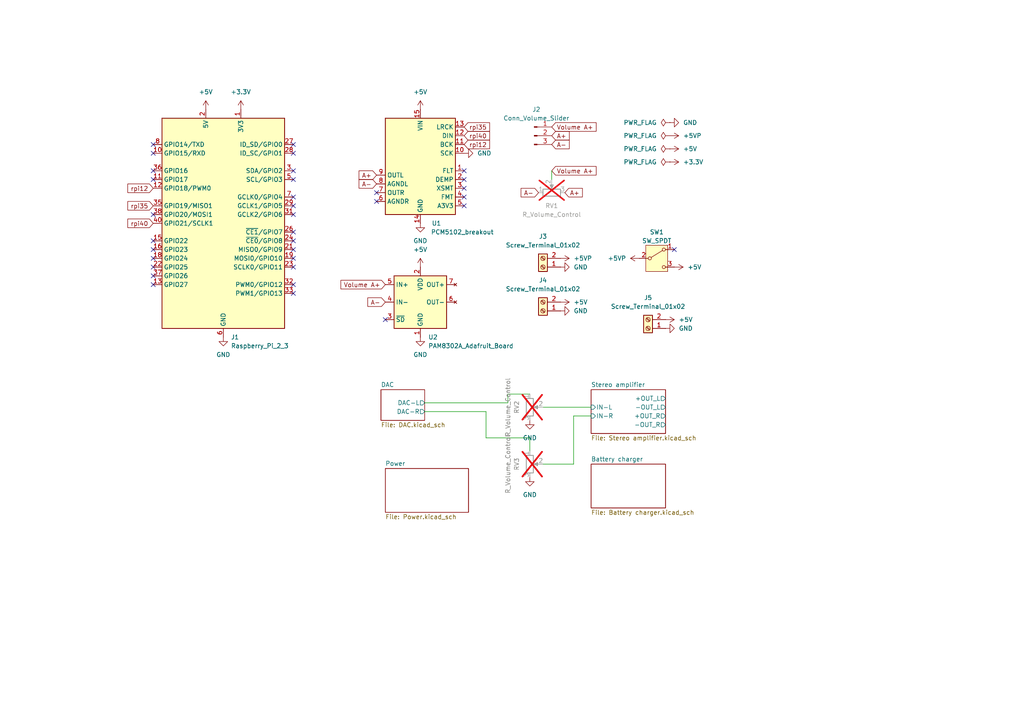
<source format=kicad_sch>
(kicad_sch (version 20231120) (generator "eeschema") (generator_version "8.0")
  (paper "A4")
  (lib_symbols
    (symbol "Amplifier_Audio:PAM8302A_Adafruit_Board"
      (property "Reference" "U" (at 7.62 11.43 0))
      (property "Value" "PAM8302A_Adafruit_Board" (at 7.62 8.89 0))
      (symbol "PAM8302A_Adafruit_Board_0_1"
        (rectangle (start -7.62 7.62) (end 7.62 -7.62) (stroke (width 0.254)) (fill (type background)))
      )
      (symbol "PAM8302A_Adafruit_Board_1_1"
        (pin power_in line (at 0 -10.16 90) (length 2.54) (name "GND") (number "1"))
        (pin power_in line (at 0 10.16 270) (length 2.54) (name "VDD") (number "2"))
        (pin input line (at -10.16 -5.08 0) (length 2.54) (name "~{SD}") (number "3"))
        (pin input line (at -10.16 0 0) (length 2.54) (name "IN-") (number "4"))
        (pin input line (at -10.16 5.08 0) (length 2.54) (name "IN+") (number "5"))
        (pin no_connect line (at 10.16 0 180) (length 2.54) (name "OUT-") (number "6"))
        (pin no_connect line (at 10.16 5.08 180) (length 2.54) (name "OUT+") (number "7"))
      )
    )
    (symbol "Audio:PCM5102_breakout"
      (property "Reference" "U1" (at 2.1941 17.78 0))
      (property "Value" "PCM5102_breakout" (at 2.1941 15.24 0))
      (symbol "PCM5102_breakout_0_1"
        (rectangle (start -10.16 12.7) (end 10.16 -15.24) (stroke (width 0.254)) (fill (type background)))
      )
      (symbol "PCM5102_breakout_1_1"
        (pin input line (at -12.7 -2.54 0) (length 2.54) (name "FLT") (number "1"))
        (pin input line (at -12.7 2.54 0) (length 2.54) (name "SCK") (number "10"))
        (pin input line (at -12.7 5.08 0) (length 2.54) (name "BCK") (number "11"))
        (pin input line (at -12.7 7.62 0) (length 2.54) (name "DIN") (number "12"))
        (pin input line (at -12.7 10.16 0) (length 2.54) (name "LRCK") (number "13"))
        (pin power_in line (at 0 -17.78 90) (length 2.54) (name "GND") (number "14"))
        (pin power_in line (at 0 15.24 270) (length 2.54) (name "VIN") (number "15"))
        (pin input line (at -12.7 -5.08 0) (length 2.54) (name "DEMP") (number "2"))
        (pin input line (at -12.7 -7.62 0) (length 2.54) (name "XSMT") (number "3"))
        (pin input line (at -12.7 -10.16 0) (length 2.54) (name "FMT") (number "4"))
        (pin passive line (at -12.7 -12.7 0) (length 2.54) (name "A3V3") (number "5"))
        (pin output line (at 12.7 -11.43 180) (length 2.54) (name "AGNDR") (number "6"))
        (pin output line (at 12.7 -8.89 180) (length 2.54) (name "OUTR") (number "7"))
        (pin output line (at 12.7 -6.35 180) (length 2.54) (name "AGNDL") (number "8"))
        (pin output line (at 12.7 -3.81 180) (length 2.54) (name "OUTL") (number "9"))
      )
    )
    (symbol "Connector:Conn_01x03_Pin" (pin_names (offset 1.016) hide)
      (property "Reference" "J" (at 0 5.08 0))
      (property "Value" "Conn_01x03_Pin" (at 0 -5.08 0))
      (symbol "Conn_01x03_Pin_1_1"
        (polyline (pts (xy 1.27 -2.54) (xy 0.8636 -2.54)) (stroke (width 0.1524)))
        (polyline (pts (xy 1.27 0) (xy 0.8636 0)) (stroke (width 0.1524)))
        (polyline (pts (xy 1.27 2.54) (xy 0.8636 2.54)) (stroke (width 0.1524)))
        (rectangle (start 0.8636 -2.413) (end 0 -2.667) (stroke (width 0.1524)) (fill (type outline)))
        (rectangle (start 0.8636 0.127) (end 0 -0.127) (stroke (width 0.1524)) (fill (type outline)))
        (rectangle (start 0.8636 2.667) (end 0 2.413) (stroke (width 0.1524)) (fill (type outline)))
        (pin passive line (at 5.08 2.54 180) (length 3.81) (name "Pin_1") (number "1"))
        (pin passive line (at 5.08 0 180) (length 3.81) (name "Pin_2") (number "2"))
        (pin passive line (at 5.08 -2.54 180) (length 3.81) (name "Pin_3") (number "3"))
      )
    )
    (symbol "Connector:Raspberry_Pi_2_3"
      (property "Reference" "J" (at -17.78 31.75 0))
      (property "Value" "Raspberry_Pi_2_3" (at 10.16 -31.75 0))
      (symbol "Raspberry_Pi_2_3_0_1"
        (rectangle (start -17.78 30.48) (end 17.78 -30.48) (stroke (width 0.254)) (fill (type background)))
      )
      (symbol "Raspberry_Pi_2_3_1_1"
        (pin power_in line (at 5.08 33.02 270) (length 2.54) (name "3V3") (number "1"))
        (pin bidirectional line (at -20.32 20.32 0) (length 2.54) (name "GPIO15/RXD") (number "10"))
        (pin bidirectional line (at -20.32 12.7 0) (length 2.54) (name "GPIO17") (number "11"))
        (pin bidirectional line (at -20.32 10.16 0) (length 2.54) (name "GPIO18/PWM0") (number "12"))
        (pin bidirectional line (at -20.32 -17.78 0) (length 2.54) (name "GPIO27") (number "13"))
        (pin passive line (at 0 -33.02 90) (length 2.54) hide (name "GND") (number "14"))
        (pin bidirectional line (at -20.32 -5.08 0) (length 2.54) (name "GPIO22") (number "15"))
        (pin bidirectional line (at -20.32 -7.62 0) (length 2.54) (name "GPIO23") (number "16"))
        (pin passive line (at 5.08 33.02 270) (length 2.54) hide (name "3V3") (number "17"))
        (pin bidirectional line (at -20.32 -10.16 0) (length 2.54) (name "GPIO24") (number "18"))
        (pin bidirectional line (at 20.32 -10.16 180) (length 2.54) (name "MOSI0/GPIO10") (number "19"))
        (pin power_in line (at -5.08 33.02 270) (length 2.54) (name "5V") (number "2"))
        (pin passive line (at 0 -33.02 90) (length 2.54) hide (name "GND") (number "20"))
        (pin bidirectional line (at 20.32 -7.62 180) (length 2.54) (name "MISO0/GPIO9") (number "21"))
        (pin bidirectional line (at -20.32 -12.7 0) (length 2.54) (name "GPIO25") (number "22"))
        (pin bidirectional line (at 20.32 -12.7 180) (length 2.54) (name "SCLK0/GPIO11") (number "23"))
        (pin bidirectional line (at 20.32 -5.08 180) (length 2.54) (name "~{CE0}/GPIO8") (number "24"))
        (pin passive line (at 0 -33.02 90) (length 2.54) hide (name "GND") (number "25"))
        (pin bidirectional line (at 20.32 -2.54 180) (length 2.54) (name "~{CE1}/GPIO7") (number "26"))
        (pin bidirectional line (at 20.32 22.86 180) (length 2.54) (name "ID_SD/GPIO0") (number "27"))
        (pin bidirectional line (at 20.32 20.32 180) (length 2.54) (name "ID_SC/GPIO1") (number "28"))
        (pin bidirectional line (at 20.32 5.08 180) (length 2.54) (name "GCLK1/GPIO5") (number "29"))
        (pin bidirectional line (at 20.32 15.24 180) (length 2.54) (name "SDA/GPIO2") (number "3"))
        (pin passive line (at 0 -33.02 90) (length 2.54) hide (name "GND") (number "30"))
        (pin bidirectional line (at 20.32 2.54 180) (length 2.54) (name "GCLK2/GPIO6") (number "31"))
        (pin bidirectional line (at 20.32 -17.78 180) (length 2.54) (name "PWM0/GPIO12") (number "32"))
        (pin bidirectional line (at 20.32 -20.32 180) (length 2.54) (name "PWM1/GPIO13") (number "33"))
        (pin passive line (at 0 -33.02 90) (length 2.54) hide (name "GND") (number "34"))
        (pin bidirectional line (at -20.32 5.08 0) (length 2.54) (name "GPIO19/MISO1") (number "35"))
        (pin bidirectional line (at -20.32 15.24 0) (length 2.54) (name "GPIO16") (number "36"))
        (pin bidirectional line (at -20.32 -15.24 0) (length 2.54) (name "GPIO26") (number "37"))
        (pin bidirectional line (at -20.32 2.54 0) (length 2.54) (name "GPIO20/MOSI1") (number "38"))
        (pin passive line (at 0 -33.02 90) (length 2.54) hide (name "GND") (number "39"))
        (pin passive line (at -5.08 33.02 270) (length 2.54) hide (name "5V") (number "4"))
        (pin bidirectional line (at -20.32 0 0) (length 2.54) (name "GPIO21/SCLK1") (number "40"))
        (pin bidirectional line (at 20.32 12.7 180) (length 2.54) (name "SCL/GPIO3") (number "5"))
        (pin power_in line (at 0 -33.02 90) (length 2.54) (name "GND") (number "6"))
        (pin bidirectional line (at 20.32 7.62 180) (length 2.54) (name "GCLK0/GPIO4") (number "7"))
        (pin bidirectional line (at -20.32 22.86 0) (length 2.54) (name "GPIO14/TXD") (number "8"))
        (pin passive line (at 0 -33.02 90) (length 2.54) hide (name "GND") (number "9"))
      )
    )
    (symbol "Connector:Screw_Terminal_01x02" (pin_names (offset 1.016) hide)
      (property "Reference" "J" (at 0 2.54 0))
      (property "Value" "Screw_Terminal_01x02" (at 0 -5.08 0))
      (symbol "Screw_Terminal_01x02_1_1"
        (rectangle (start -1.27 1.27) (end 1.27 -3.81) (stroke (width 0.254)) (fill (type background)))
        (circle (center 0 -2.54) (radius 0.635) (stroke (width 0.1524)))
        (polyline (pts (xy -0.5334 -2.2098) (xy 0.3302 -3.048)) (stroke (width 0.1524)))
        (polyline (pts (xy -0.5334 0.3302) (xy 0.3302 -0.508)) (stroke (width 0.1524)))
        (polyline (pts (xy -0.3556 -2.032) (xy 0.508 -2.8702)) (stroke (width 0.1524)))
        (polyline (pts (xy -0.3556 0.508) (xy 0.508 -0.3302)) (stroke (width 0.1524)))
        (circle (center 0 0) (radius 0.635) (stroke (width 0.1524)))
        (pin passive line (at -5.08 0 0) (length 3.81) (name "Pin_1") (number "1"))
        (pin passive line (at -5.08 -2.54 0) (length 3.81) (name "Pin_2") (number "2"))
      )
    )
    (symbol "Device:R_Potentiometer" (pin_names (offset 1.016) hide)
      (property "Reference" "RV" (at -4.445 0 90))
      (property "Value" "R_Potentiometer" (at -2.54 0 90))
      (symbol "R_Potentiometer_0_1"
        (polyline (pts (xy 2.54 0) (xy 1.524 0)))
        (polyline (pts (xy 1.143 0) (xy 2.286 0.508) (xy 2.286 -0.508) (xy 1.143 0)) (fill (type outline)))
        (rectangle (start 1.016 2.54) (end -1.016 -2.54) (stroke (width 0.254)))
      )
      (symbol "R_Potentiometer_1_1"
        (pin passive line (at 0 3.81 270) (length 1.27) (name "1") (number "1"))
        (pin passive line (at 3.81 0 180) (length 1.27) (name "2") (number "2"))
        (pin passive line (at 0 -3.81 90) (length 1.27) (name "3") (number "3"))
      )
    )
    (symbol "Switch:SW_SPDT" (pin_names (offset 0) hide)
      (property "Reference" "SW" (at 0 5.08 0))
      (property "Value" "SW_SPDT" (at 0 -5.08 0))
      (symbol "SW_SPDT_0_1"
        (circle (center -2.032 0) (radius 0.4572))
        (polyline (pts (xy -1.651 0.254) (xy 1.651 2.286)))
        (circle (center 2.032 -2.54) (radius 0.4572))
        (circle (center 2.032 2.54) (radius 0.4572))
      )
      (symbol "SW_SPDT_1_1"
        (rectangle (start -3.175 3.81) (end 3.175 -3.81) (fill (type background)))
        (pin passive line (at 5.08 2.54 180) (length 2.54) (name "A") (number "1"))
        (pin passive line (at -5.08 0 0) (length 2.54) (name "B") (number "2"))
        (pin passive line (at 5.08 -2.54 180) (length 2.54) (name "C") (number "3"))
      )
    )
    (symbol "power:+3.3V" (power) (pin_numbers hide) (pin_names (offset 0) hide)
      (property "Value" "+3.3V" (at 0 3.556 0))
      (symbol "+3.3V_0_1"
        (polyline (pts (xy -0.762 1.27) (xy 0 2.54)))
        (polyline (pts (xy 0 0) (xy 0 2.54)))
        (polyline (pts (xy 0 2.54) (xy 0.762 1.27)))
      )
      (symbol "+3.3V_1_1"
        (pin power_in line (at 0 0 90) (length 0) (name "~") (number "1"))
      )
    )
    (symbol "power:+5V" (power) (pin_numbers hide) (pin_names (offset 0) hide)
      (property "Value" "+5V" (at 0 3.556 0))
      (symbol "+5V_0_1"
        (polyline (pts (xy -0.762 1.27) (xy 0 2.54)))
        (polyline (pts (xy 0 0) (xy 0 2.54)))
        (polyline (pts (xy 0 2.54) (xy 0.762 1.27)))
      )
      (symbol "+5V_1_1"
        (pin power_in line (at 0 0 90) (length 0) (name "~") (number "1"))
      )
    )
    (symbol "power:+5VP" (power) (pin_numbers hide) (pin_names (offset 0) hide)
      (property "Value" "+5VP" (at 0 3.556 0))
      (symbol "+5VP_0_1"
        (polyline (pts (xy -0.762 1.27) (xy 0 2.54)))
        (polyline (pts (xy 0 0) (xy 0 2.54)))
        (polyline (pts (xy 0 2.54) (xy 0.762 1.27)))
      )
      (symbol "+5VP_1_1"
        (pin power_in line (at 0 0 90) (length 0) (name "~") (number "1"))
      )
    )
    (symbol "power:GND" (power) (pin_numbers hide) (pin_names (offset 0) hide)
      (property "Value" "GND" (at 0 -3.81 0))
      (symbol "GND_0_1"
        (polyline (pts (xy 0 0) (xy 0 -1.27) (xy 1.27 -1.27) (xy 0 -2.54) (xy -1.27 -1.27) (xy 0 -1.27)))
      )
      (symbol "GND_1_1"
        (pin power_in line (at 0 0 270) (length 0) (name "~") (number "1"))
      )
    )
    (symbol "power:PWR_FLAG" (power) (pin_numbers hide) (pin_names (offset 0) hide)
      (property "Value" "PWR_FLAG" (at 0 3.81 0))
      (symbol "PWR_FLAG_0_0"
        (pin power_out line (at 0 0 90) (length 0) (name "~") (number "1"))
      )
      (symbol "PWR_FLAG_0_1"
        (polyline (pts (xy 0 0) (xy 0 1.27) (xy -1.016 1.905) (xy 0 2.54) (xy 1.016 1.905) (xy 0 1.27)))
      )
    )
  )
  (no_connect (at 85.09 52.07))
  (no_connect (at 109.22 55.88))
  (no_connect (at 44.45 74.93))
  (no_connect (at 134.62 52.07))
  (no_connect (at 85.09 85.09))
  (no_connect (at 44.45 72.39))
  (no_connect (at 85.09 74.93))
  (no_connect (at 134.62 49.53))
  (no_connect (at 44.45 82.55))
  (no_connect (at 44.45 80.01))
  (no_connect (at 85.09 69.85))
  (no_connect (at 109.22 58.42))
  (no_connect (at 44.45 69.85))
  (no_connect (at 195.58 72.39))
  (no_connect (at 111.76 92.71))
  (no_connect (at 44.45 62.23))
  (no_connect (at 44.45 52.07))
  (no_connect (at 44.45 77.47))
  (no_connect (at 85.09 44.45))
  (no_connect (at 44.45 44.45))
  (no_connect (at 44.45 49.53))
  (no_connect (at 134.62 59.69))
  (no_connect (at 134.62 57.15))
  (no_connect (at 85.09 67.31))
  (no_connect (at 85.09 72.39))
  (no_connect (at 44.45 41.91))
  (no_connect (at 85.09 82.55))
  (no_connect (at 85.09 77.47))
  (no_connect (at 85.09 49.53))
  (no_connect (at 85.09 41.91))
  (no_connect (at 134.62 54.61))
  (no_connect (at 85.09 57.15))
  (no_connect (at 85.09 59.69))
  (no_connect (at 85.09 62.23))
  (wire (pts (xy 153.67 130.81) (xy 153.67 127)))
  (wire (pts (xy 166.37 134.62) (xy 157.48 134.62)))
  (wire (pts (xy 166.37 120.65) (xy 166.37 134.62)))
  (wire (pts (xy 153.67 127) (xy 140.97 127)))
  (wire (pts (xy 157.48 118.11) (xy 171.45 118.11)))
  (wire (pts (xy 147.32 116.84) (xy 147.32 114.3)))
  (wire (pts (xy 160.02 49.53) (xy 160.02 52.07)))
  (wire (pts (xy 140.97 127) (xy 140.97 119.38)))
  (wire (pts (xy 171.45 120.65) (xy 166.37 120.65)))
  (wire (pts (xy 140.97 119.38) (xy 123.19 119.38)))
  (wire (pts (xy 123.19 116.84) (xy 147.32 116.84)))
  (wire (pts (xy 147.32 114.3) (xy 153.67 114.3)))
  (global_label "A-" (shape input) (at 160.02 41.91 0) (property "Intersheetrefs" "${INTERSHEET_REFS}" (effects (hide yes))))
  (global_label "A-" (shape input) (at 109.22 53.34 180) (property "Intersheetrefs" "${INTERSHEET_REFS}" (effects (hide yes))))
  (global_label "A+" (shape input) (at 109.22 50.8 180) (property "Intersheetrefs" "${INTERSHEET_REFS}" (effects (hide yes))))
  (global_label "Volume A+" (shape input) (at 160.02 36.83 0) (property "Intersheetrefs" "${INTERSHEET_REFS}" (effects (hide yes))))
  (global_label "A+" (shape input) (at 160.02 39.37 0) (property "Intersheetrefs" "${INTERSHEET_REFS}" (effects (hide yes))))
  (global_label "rpi40" (shape input) (at 44.45 64.77 180) (property "Intersheetrefs" "${INTERSHEET_REFS}" (effects (hide yes))))
  (global_label "rpi12" (shape input) (at 134.62 41.91 0) (property "Intersheetrefs" "${INTERSHEET_REFS}" (effects (hide yes))))
  (global_label "Volume A+" (shape input) (at 111.76 82.55 180) (property "Intersheetrefs" "${INTERSHEET_REFS}" (effects (hide yes))))
  (global_label "A-" (shape input) (at 156.21 55.88 180) (property "Intersheetrefs" "${INTERSHEET_REFS}" (effects (hide yes))))
  (global_label "rpi12" (shape input) (at 44.45 54.61 180) (property "Intersheetrefs" "${INTERSHEET_REFS}" (effects (hide yes))))
  (global_label "rpi35" (shape input) (at 44.45 59.69 180) (property "Intersheetrefs" "${INTERSHEET_REFS}" (effects (hide yes))))
  (global_label "A+" (shape input) (at 163.83 55.88 0) (property "Intersheetrefs" "${INTERSHEET_REFS}" (effects (hide yes))))
  (global_label "rpi40" (shape input) (at 134.62 39.37 0) (property "Intersheetrefs" "${INTERSHEET_REFS}" (effects (hide yes))))
  (global_label "A-" (shape input) (at 111.76 87.63 180) (property "Intersheetrefs" "${INTERSHEET_REFS}" (effects (hide yes))))
  (global_label "rpi35" (shape input) (at 134.62 36.83 0) (property "Intersheetrefs" "${INTERSHEET_REFS}" (effects (hide yes))))
  (global_label "Volume A+" (shape input) (at 160.02 49.53 0) (property "Intersheetrefs" "${INTERSHEET_REFS}" (effects (hide yes))))
  (symbol (lib_id "Connector:Screw_Terminal_01x02") (at 157.48 77.47 180) (unit 1)
    (property "Reference" "J3" (at 157.48 68.58 0))
    (property "Value" "Screw_Terminal_01x02" (at 157.48 71.12 0))
    (property "Footprint" "TerminalBlock_MetzConnect:TerminalBlock_MetzConnect_Type101_RT01602HBWC_1x02_P5.08mm_Horizontal" (effects (hide yes)))
  )
  (symbol (lib_id "power:+5V") (at 193.04 92.71 270) (unit 1)
    (property "Reference" "#PWR0119" (effects (hide yes)))
    (property "Value" "+5V" (at 196.85 92.71 90) (effects (justify left)))
    (property "Description" "Power symbol creates a global label with name \"+5V\"" (effects (hide yes)))
  )
  (symbol (lib_id "power:+5V") (at 194.31 43.18 270) (unit 1)
    (property "Reference" "#PWR0114" (effects (hide yes)))
    (property "Value" "+5V" (at 198.12 43.18 90) (effects (justify left)))
    (property "Description" "Power symbol creates a global label with name \"+5V\"" (effects (hide yes)))
  )
  (symbol (lib_id "power:PWR_FLAG") (at 194.31 39.37 90) (unit 1)
    (property "Reference" "#FLG0104" (effects (hide yes)))
    (property "Value" "PWR_FLAG" (at 190.5 39.37 90) (effects (justify left)))
    (property "Description" "Special symbol for telling ERC where power comes from" (effects (hide yes)))
  )
  (symbol (lib_id "power:GND") (at 162.56 90.17 90) (unit 1)
    (property "Reference" "#PWR0117" (effects (hide yes)))
    (property "Value" "GND" (at 166.37 90.17 90) (effects (justify right)))
    (property "Description" "Power symbol creates a global label with name \"GND\" , ground" (effects (hide yes)))
  )
  (symbol (lib_id "power:GND") (at 193.04 95.25 90) (unit 1)
    (property "Reference" "#PWR0120" (effects (hide yes)))
    (property "Value" "GND" (at 196.85 95.25 90) (effects (justify right)))
    (property "Description" "Power symbol creates a global label with name \"GND\" , ground" (effects (hide yes)))
  )
  (symbol (lib_id "power:GND") (at 162.56 77.47 90) (unit 1)
    (property "Reference" "#PWR0112" (effects (hide yes)))
    (property "Value" "GND" (at 166.37 77.47 90) (effects (justify right)))
    (property "Description" "Power symbol creates a global label with name \"GND\" , ground" (effects (hide yes)))
  )
  (symbol (lib_id "power:GND") (at 153.67 121.92 0) (unit 1)
    (property "Reference" "#PWR055" (effects (hide yes)))
    (property "Value" "GND" (at 153.67 127 0))
    (property "Description" "Power symbol creates a global label with name \"GND\" , ground" (effects (hide yes)))
  )
  (symbol (lib_id "Connector:Conn_01x03_Pin") (at 154.94 39.37 0) (unit 1)
    (property "Reference" "J2" (at 155.575 31.75 0))
    (property "Value" "Conn_Volume_Slider" (at 155.575 34.29 0))
    (property "Footprint" "Connector_Molex:Molex_KK-254_AE-6410-03A_1x03_P2.54mm_Vertical" (effects (hide yes)))
  )
  (symbol (lib_id "power:GND") (at 64.77 97.79 0) (unit 1)
    (property "Reference" "#PWR0111" (effects (hide yes)))
    (property "Value" "GND" (at 64.77 102.87 0))
    (property "Description" "Power symbol creates a global label with name \"GND\" , ground" (effects (hide yes)))
  )
  (symbol (lib_id "Connector:Raspberry_Pi_2_3") (at 64.77 64.77 0) (unit 1)
    (property "Reference" "J1" (at 66.9641 97.79 0) (effects (justify left)))
    (property "Value" "Raspberry_Pi_2_3" (at 66.9641 100.33 0) (effects (justify left)))
    (property "Footprint" "Connector_PinSocket_2.54mm:PinSocket_2x20_P2.54mm_Vertical" (effects (hide yes)))
    (property "Datasheet" "https://www.raspberrypi.org/documentation/hardware/raspberrypi/schematics/rpi_SCH_3bplus_1p0_reduced.pdf" (effects (hide yes)))
    (property "Description" "expansion header for Raspberry Pi 2 & 3" (effects (hide yes)))
  )
  (symbol (lib_id "power:PWR_FLAG") (at 194.31 43.18 90) (unit 1)
    (property "Reference" "#FLG0102" (effects (hide yes)))
    (property "Value" "PWR_FLAG" (at 190.5 43.18 90) (effects (justify left)))
    (property "Description" "Special symbol for telling ERC where power comes from" (effects (hide yes)))
  )
  (symbol (lib_id "power:+5V") (at 162.56 87.63 270) (unit 1)
    (property "Reference" "#PWR0118" (effects (hide yes)))
    (property "Value" "+5V" (at 166.37 87.63 90) (effects (justify left)))
    (property "Description" "Power symbol creates a global label with name \"+5V\"" (effects (hide yes)))
  )
  (symbol (lib_id "power:PWR_FLAG") (at 194.31 46.99 90) (unit 1)
    (property "Reference" "#FLG0103" (effects (hide yes)))
    (property "Value" "PWR_FLAG" (at 190.5 46.99 90) (effects (justify left)))
    (property "Description" "Special symbol for telling ERC where power comes from" (effects (hide yes)))
  )
  (symbol (lib_id "power:GND") (at 134.62 44.45 90) (unit 1)
    (property "Reference" "#PWR0108" (effects (hide yes)))
    (property "Value" "GND" (at 138.43 44.45 90) (effects (justify right)))
    (property "Description" "Power symbol creates a global label with name \"GND\" , ground" (effects (hide yes)))
  )
  (symbol (lib_id "Device:R_Potentiometer") (at 153.67 134.62 0) (unit 1) (on_board no) (dnp yes)
    (property "Reference" "RV3" (at 149.86 134.62 90))
    (property "Value" "R_Volume_Control" (at 147.32 134.62 90))
  )
  (symbol (lib_id "Connector:Screw_Terminal_01x02") (at 187.96 95.25 180) (unit 1)
    (property "Reference" "J5" (at 187.96 86.36 0))
    (property "Value" "Screw_Terminal_01x02" (at 187.96 88.9 0))
    (property "Footprint" "TerminalBlock_MetzConnect:TerminalBlock_MetzConnect_Type101_RT01602HBWC_1x02_P5.08mm_Horizontal" (effects (hide yes)))
  )
  (symbol (lib_id "power:+5V") (at 195.58 77.47 270) (unit 1)
    (property "Reference" "#PWR0113" (effects (hide yes)))
    (property "Value" "+5V" (at 199.39 77.47 90) (effects (justify left)))
    (property "Description" "Power symbol creates a global label with name \"+5V\"" (effects (hide yes)))
  )
  (symbol (lib_id "power:GND") (at 121.92 64.77 0) (unit 1)
    (property "Reference" "#PWR0104" (effects (hide yes)))
    (property "Value" "GND" (at 121.92 69.85 0))
    (property "Description" "Power symbol creates a global label with name \"GND\" , ground" (effects (hide yes)))
  )
  (symbol (lib_id "Amplifier_Audio:PAM8302A_Adafruit_Board") (at 121.92 87.63 0) (unit 1)
    (property "Reference" "U2" (at 124.206 97.79 0) (effects (justify left)))
    (property "Value" "PAM8302A_Adafruit_Board" (at 124.206 100.33 0) (effects (justify left)))
    (property "Footprint" "MidiatonercaLibrary:PAM8302" (effects (hide yes)))
    (property "Datasheet" "https://www.diodes.com/assets/Datasheets/PAM8302A.pdf" (effects (hide yes)))
  )
  (symbol (lib_id "Device:R_Potentiometer") (at 160.02 55.88 90) (unit 1) (on_board no) (dnp yes)
    (property "Reference" "RV1" (at 160.02 59.69 90))
    (property "Value" "R_Volume_Control" (at 160.02 62.23 90))
  )
  (symbol (lib_id "Connector:Screw_Terminal_01x02") (at 157.48 90.17 180) (unit 1)
    (property "Reference" "J4" (at 157.48 81.28 0))
    (property "Value" "Screw_Terminal_01x02" (at 157.48 83.82 0))
    (property "Footprint" "TerminalBlock_MetzConnect:TerminalBlock_MetzConnect_Type101_RT01602HBWC_1x02_P5.08mm_Horizontal" (effects (hide yes)))
  )
  (symbol (lib_id "power:PWR_FLAG") (at 194.31 35.56 90) (unit 1)
    (property "Reference" "#FLG0101" (effects (hide yes)))
    (property "Value" "PWR_FLAG" (at 190.5 35.56 90) (effects (justify left)))
    (property "Description" "Special symbol for telling ERC where power comes from" (effects (hide yes)))
  )
  (symbol (lib_id "power:+3.3V") (at 69.85 31.75 0) (unit 1)
    (property "Reference" "#PWR0110" (effects (hide yes)))
    (property "Value" "+3.3V" (at 69.85 26.67 0))
    (property "Description" "Power symbol creates a global label with name \"+3.3V\"" (effects (hide yes)))
  )
  (symbol (lib_id "Audio:PCM5102_breakout") (at 121.92 46.99 0) (mirror y) (unit 1)
    (property "Reference" "U1" (at 125.222 64.77 0) (effects (justify right)))
    (property "Value" "PCM5102_breakout" (at 124.968 67.31 0) (effects (justify right)))
    (property "Footprint" "MidiatonercaLibrary:PCM5102_breakout" (effects (hide yes)))
  )
  (symbol (lib_id "power:GND") (at 121.92 97.79 0) (unit 1)
    (property "Reference" "#PWR0106" (effects (hide yes)))
    (property "Value" "GND" (at 121.92 102.87 0))
    (property "Description" "Power symbol creates a global label with name \"GND\" , ground" (effects (hide yes)))
  )
  (symbol (lib_id "power:+5V") (at 121.92 77.47 0) (unit 1)
    (property "Reference" "#PWR0105" (effects (hide yes)))
    (property "Value" "+5V" (at 121.92 72.39 0))
    (property "Description" "Power symbol creates a global label with name \"+5V\"" (effects (hide yes)))
  )
  (symbol (lib_id "Device:R_Potentiometer") (at 153.67 118.11 0) (unit 1) (on_board no) (dnp yes)
    (property "Reference" "RV2" (at 149.86 118.11 90))
    (property "Value" "R_Volume_Control" (at 147.32 118.11 90))
  )
  (symbol (lib_id "power:+3.3V") (at 194.31 46.99 270) (unit 1)
    (property "Reference" "#PWR0116" (effects (hide yes)))
    (property "Value" "+3.3V" (at 198.12 46.99 90) (effects (justify left)))
    (property "Description" "Power symbol creates a global label with name \"+3.3V\"" (effects (hide yes)))
  )
  (symbol (lib_id "power:+5VP") (at 194.31 39.37 270) (unit 1)
    (property "Reference" "#PWR0102" (effects (hide yes)))
    (property "Value" "+5VP" (at 198.12 39.37 90) (effects (justify left)))
    (property "Description" "Power symbol creates a global label with name \"+5VP\"" (effects (hide yes)))
  )
  (symbol (lib_id "power:GND") (at 194.31 35.56 90) (unit 1)
    (property "Reference" "#PWR0115" (effects (hide yes)))
    (property "Value" "GND" (at 198.12 35.56 90) (effects (justify right)))
    (property "Description" "Power symbol creates a global label with name \"GND\" , ground" (effects (hide yes)))
  )
  (symbol (lib_id "power:+5V") (at 59.69 31.75 0) (unit 1)
    (property "Reference" "#PWR0109" (effects (hide yes)))
    (property "Value" "+5V" (at 59.69 26.67 0))
    (property "Description" "Power symbol creates a global label with name \"+5V\"" (effects (hide yes)))
  )
  (symbol (lib_id "power:+5VP") (at 162.56 74.93 270) (unit 1)
    (property "Reference" "#PWR0103" (effects (hide yes)))
    (property "Value" "+5VP" (at 166.37 74.93 90) (effects (justify left)))
    (property "Description" "Power symbol creates a global label with name \"+5VP\"" (effects (hide yes)))
  )
  (symbol (lib_id "power:GND") (at 153.67 138.43 0) (unit 1)
    (property "Reference" "#PWR056" (effects (hide yes)))
    (property "Value" "GND" (at 153.67 143.51 0))
    (property "Description" "Power symbol creates a global label with name \"GND\" , ground" (effects (hide yes)))
  )
  (symbol (lib_id "power:+5VP") (at 185.42 74.93 90) (unit 1)
    (property "Reference" "#PWR0101" (effects (hide yes)))
    (property "Value" "+5VP" (at 181.61 74.93 90) (effects (justify left)))
    (property "Description" "Power symbol creates a global label with name \"+5VP\"" (effects (hide yes)))
  )
  (symbol (lib_id "Switch:SW_SPDT") (at 190.5 74.93 0) (unit 1)
    (property "Reference" "SW1" (at 190.5 67.31 0))
    (property "Value" "SW_SPDT" (at 190.5 69.85 0))
    (property "Footprint" "MidiatonercaLibrary:SW_3P_Mini_Toggle_B068BW_SPDT" (effects (hide yes)))
    (property "Description" "Switch, single pole double throw" (effects (hide yes)))
  )
  (symbol (lib_id "power:+5V") (at 121.92 31.75 0) (unit 1)
    (property "Reference" "#PWR0107" (effects (hide yes)))
    (property "Value" "+5V" (at 121.92 26.67 0))
    (property "Description" "Power symbol creates a global label with name \"+5V\"" (effects (hide yes)))
  )
  (sheet (at 110.49 113.03) (size 12.7 8.89) (stroke (width 0.1524))
    (property "Sheetname" "DAC" (at 110.49 112.3184 0) (effects (justify left bottom)))
    (property "Sheetfile" "DAC.kicad_sch" (at 110.49 122.5046 0) (effects (justify left top)))
    (pin "DAC-L" output (at 123.19 116.84 0))
    (pin "DAC-R" output (at 123.19 119.38 0))
  )
  (sheet (at 171.45 113.03) (size 21.59 12.7) (stroke (width 0.1524))
    (property "Sheetname" "Stereo amplifier" (at 171.45 112.3184 0) (effects (justify left bottom)))
    (property "Sheetfile" "Stereo amplifier.kicad_sch" (at 171.45 126.3146 0) (effects (justify left top)))
    (pin "IN-R" input (at 171.45 120.65 180))
    (pin "IN-L" input (at 171.45 118.11 180))
    (pin "-OUT_L" output (at 193.04 118.11 0))
    (pin "+OUT_R" output (at 193.04 120.65 0))
    (pin "+OUT_L" output (at 193.04 115.57 0))
    (pin "-OUT_R" output (at 193.04 123.19 0))
  )
  (sheet (at 111.76 135.89) (size 24.13 12.7) (stroke (width 0.1524))
    (property "Sheetname" "Power" (at 111.76 135.1784 0) (effects (justify left bottom)))
    (property "Sheetfile" "Power.kicad_sch" (at 111.76 149.1746 0) (effects (justify left top)))
  )
  (sheet (at 171.45 134.62) (size 21.59 12.7) (stroke (width 0.1524))
    (property "Sheetname" "Battery charger" (at 171.45 133.9084 0) (effects (justify left bottom)))
    (property "Sheetfile" "Battery charger.kicad_sch" (at 171.45 147.9046 0) (effects (justify left top)))
  )
)
</source>
